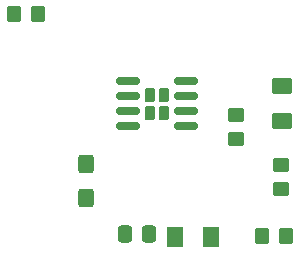
<source format=gbr>
%TF.GenerationSoftware,KiCad,Pcbnew,(6.0.10-0)*%
%TF.CreationDate,2023-02-17T12:23:12-08:00*%
%TF.ProjectId,exercise 4-2,65786572-6369-4736-9520-342d322e6b69,rev?*%
%TF.SameCoordinates,Original*%
%TF.FileFunction,Paste,Top*%
%TF.FilePolarity,Positive*%
%FSLAX46Y46*%
G04 Gerber Fmt 4.6, Leading zero omitted, Abs format (unit mm)*
G04 Created by KiCad (PCBNEW (6.0.10-0)) date 2023-02-17 12:23:12*
%MOMM*%
%LPD*%
G01*
G04 APERTURE LIST*
G04 Aperture macros list*
%AMRoundRect*
0 Rectangle with rounded corners*
0 $1 Rounding radius*
0 $2 $3 $4 $5 $6 $7 $8 $9 X,Y pos of 4 corners*
0 Add a 4 corners polygon primitive as box body*
4,1,4,$2,$3,$4,$5,$6,$7,$8,$9,$2,$3,0*
0 Add four circle primitives for the rounded corners*
1,1,$1+$1,$2,$3*
1,1,$1+$1,$4,$5*
1,1,$1+$1,$6,$7*
1,1,$1+$1,$8,$9*
0 Add four rect primitives between the rounded corners*
20,1,$1+$1,$2,$3,$4,$5,0*
20,1,$1+$1,$4,$5,$6,$7,0*
20,1,$1+$1,$6,$7,$8,$9,0*
20,1,$1+$1,$8,$9,$2,$3,0*%
G04 Aperture macros list end*
%ADD10RoundRect,0.250000X-0.337500X-0.475000X0.337500X-0.475000X0.337500X0.475000X-0.337500X0.475000X0*%
%ADD11RoundRect,0.250000X0.350000X0.450000X-0.350000X0.450000X-0.350000X-0.450000X0.350000X-0.450000X0*%
%ADD12RoundRect,0.250000X-0.350000X-0.450000X0.350000X-0.450000X0.350000X0.450000X-0.350000X0.450000X0*%
%ADD13RoundRect,0.230000X-0.230000X-0.375000X0.230000X-0.375000X0.230000X0.375000X-0.230000X0.375000X0*%
%ADD14RoundRect,0.150000X-0.825000X-0.150000X0.825000X-0.150000X0.825000X0.150000X-0.825000X0.150000X0*%
%ADD15RoundRect,0.250000X-0.425000X0.537500X-0.425000X-0.537500X0.425000X-0.537500X0.425000X0.537500X0*%
%ADD16RoundRect,0.250001X-0.462499X-0.624999X0.462499X-0.624999X0.462499X0.624999X-0.462499X0.624999X0*%
%ADD17RoundRect,0.250000X-0.450000X0.350000X-0.450000X-0.350000X0.450000X-0.350000X0.450000X0.350000X0*%
%ADD18RoundRect,0.250001X0.624999X-0.462499X0.624999X0.462499X-0.624999X0.462499X-0.624999X-0.462499X0*%
G04 APERTURE END LIST*
D10*
%TO.C,C2*%
X140448760Y-82180000D03*
X142523760Y-82180000D03*
%TD*%
D11*
%TO.C,R4*%
X154081192Y-82275000D03*
X152081192Y-82275000D03*
%TD*%
D12*
%TO.C,R1*%
X131080000Y-63500000D03*
X133080000Y-63500000D03*
%TD*%
D13*
%TO.C,U1*%
X143727500Y-71870000D03*
X143727500Y-70370000D03*
X142587500Y-70370000D03*
X142587500Y-71870000D03*
D14*
X140682500Y-69215000D03*
X140682500Y-70485000D03*
X140682500Y-71755000D03*
X140682500Y-73025000D03*
X145632500Y-73025000D03*
X145632500Y-71755000D03*
X145632500Y-70485000D03*
X145632500Y-69215000D03*
%TD*%
D15*
%TO.C,C1*%
X137160000Y-76200000D03*
X137160000Y-79075000D03*
%TD*%
D16*
%TO.C,D2*%
X144727500Y-82360000D03*
X147702500Y-82360000D03*
%TD*%
D17*
%TO.C,R2*%
X149868808Y-72058808D03*
X149868808Y-74058808D03*
%TD*%
D18*
%TO.C,D1*%
X153785000Y-72607500D03*
X153785000Y-69632500D03*
%TD*%
D17*
%TO.C,R3*%
X153690000Y-76285872D03*
X153690000Y-78285872D03*
%TD*%
M02*

</source>
